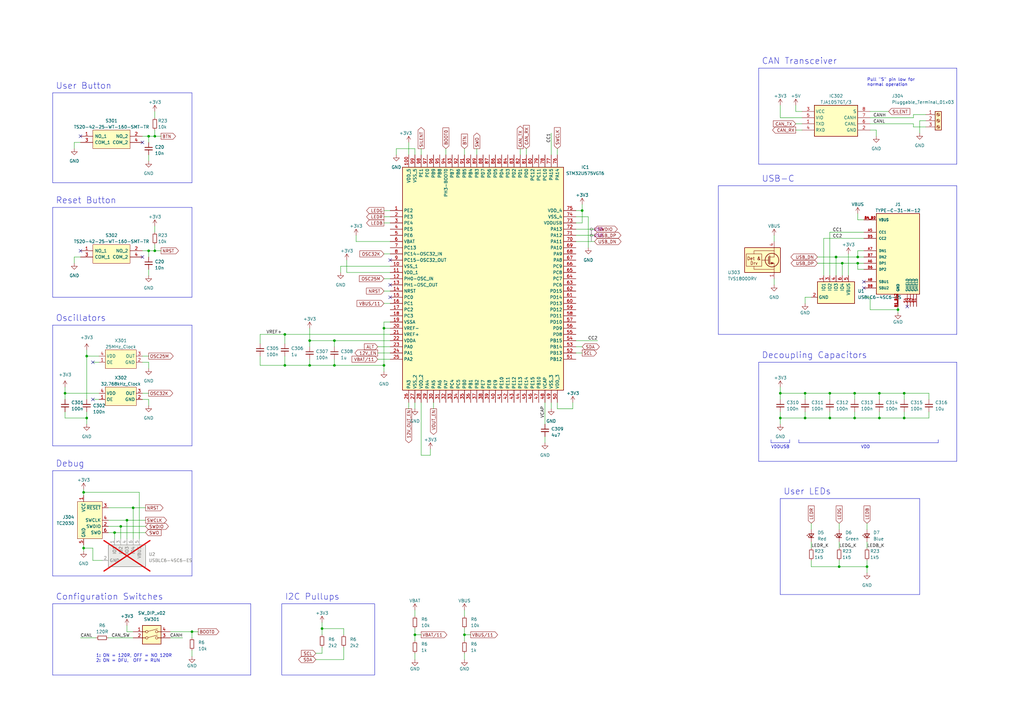
<source format=kicad_sch>
(kicad_sch (version 20230121) (generator eeschema)
  (paper "A3")
  (junction (at 350.52 171.45))
  (junction (at 78.74 259.08))
  (junction (at 35.56 171.45))
  (junction (at 63.5 102.87))
  (junction (at 330.2 171.45))
  (junction (at 370.84 171.45))
  (junction (at 351.79 105.41))
  (junction (at 344.17 232.41))
  (junction (at 340.36 171.45))
  (junction (at 60.96 102.87))
  (junction (at 46.99 218.44))
  (junction (at 49.53 215.9))
  (junction (at 26.67 161.29))
  (junction (at 170.18 260.35))
  (junction (at 360.68 161.29))
  (junction (at 350.52 161.29))
  (junction (at 238.76 86.36))
  (junction (at 116.84 149.86))
  (junction (at 63.5 55.88))
  (junction (at 34.29 224.79))
  (junction (at 132.08 257.81))
  (junction (at 116.84 137.16))
  (junction (at 137.16 149.86))
  (junction (at 157.48 149.86))
  (junction (at 34.29 201.93))
  (junction (at 345.44 107.95))
  (junction (at 330.2 161.29))
  (junction (at 320.04 161.29))
  (junction (at 342.9 105.41))
  (junction (at 360.68 171.45))
  (junction (at 355.6 232.41))
  (junction (at 368.3 127))
  (junction (at 137.16 139.7))
  (junction (at 52.07 213.36))
  (junction (at 351.79 107.95))
  (junction (at 35.56 146.05))
  (junction (at 157.48 134.62))
  (junction (at 320.04 171.45))
  (junction (at 190.5 260.35))
  (junction (at 60.96 55.88))
  (junction (at 127 149.86))
  (junction (at 370.84 161.29))
  (junction (at 127 139.7))
  (junction (at 54.61 208.28))
  (junction (at 340.36 161.29))
  (no_connect (at 354.33 118.11))
  (no_connect (at 372.11 125.73))
  (no_connect (at 160.02 116.84))
  (no_connect (at 354.33 115.57))
  (no_connect (at 33.02 102.87))
  (no_connect (at 58.42 105.41))
  (no_connect (at 58.42 58.42))
  (no_connect (at 38.1 148.59))
  (no_connect (at 160.02 106.68))
  (no_connect (at 38.1 163.83))
  (no_connect (at 160.02 121.92))
  (no_connect (at 33.02 55.88))
  (wire (pts (xy 116.84 146.05) (xy 116.84 149.86)))
  (wire (pts (xy 351.79 110.49) (xy 354.33 110.49)))
  (wire (pts (xy 81.28 259.08) (xy 78.74 259.08)))
  (wire (pts (xy 326.39 45.72) (xy 328.93 45.72)))
  (wire (pts (xy 360.68 161.29) (xy 360.68 163.83)))
  (wire (pts (xy 157.48 104.14) (xy 160.02 104.14)))
  (wire (pts (xy 142.24 106.68) (xy 142.24 111.76)))
  (wire (pts (xy 127 147.32) (xy 127 149.86)))
  (wire (pts (xy 116.84 149.86) (xy 127 149.86)))
  (wire (pts (xy 340.36 161.29) (xy 350.52 161.29)))
  (wire (pts (xy 326.39 50.8) (xy 328.93 50.8)))
  (wire (pts (xy 320.04 158.75) (xy 320.04 161.29)))
  (polyline (pts (xy 316.23 180.34) (xy 316.23 181.61)))
  (wire (pts (xy 377.19 49.53) (xy 379.73 49.53)))
  (wire (pts (xy 154.94 142.24) (xy 160.02 142.24)))
  (wire (pts (xy 160.02 137.16) (xy 116.84 137.16)))
  (wire (pts (xy 26.67 161.29) (xy 40.64 161.29)))
  (polyline (pts (xy 78.74 133.35) (xy 78.74 182.88)))
  (polyline (pts (xy 294.64 76.2) (xy 294.64 137.16)))
  (wire (pts (xy 337.82 113.03) (xy 337.82 97.79)))
  (wire (pts (xy 359.41 53.34) (xy 359.41 55.88)))
  (wire (pts (xy 238.76 86.36) (xy 236.22 86.36)))
  (wire (pts (xy 157.48 149.86) (xy 157.48 152.4)))
  (wire (pts (xy 157.48 134.62) (xy 157.48 149.86)))
  (wire (pts (xy 374.65 48.26) (xy 374.65 46.99)))
  (wire (pts (xy 238.76 144.78) (xy 236.22 144.78)))
  (polyline (pts (xy 78.74 182.88) (xy 21.59 182.88)))
  (polyline (pts (xy 78.74 38.1) (xy 78.74 74.93)))
  (wire (pts (xy 326.39 53.34) (xy 328.93 53.34)))
  (wire (pts (xy 374.65 52.07) (xy 379.73 52.07)))
  (wire (pts (xy 355.6 214.63) (xy 355.6 217.17)))
  (polyline (pts (xy 21.59 85.09) (xy 21.59 121.92)))
  (wire (pts (xy 370.84 161.29) (xy 370.84 163.83)))
  (wire (pts (xy 176.53 186.69) (xy 172.72 186.69)))
  (wire (pts (xy 34.29 203.2) (xy 34.29 201.93)))
  (wire (pts (xy 238.76 142.24) (xy 236.22 142.24)))
  (wire (pts (xy 46.99 218.44) (xy 59.69 218.44)))
  (wire (pts (xy 44.45 213.36) (xy 52.07 213.36)))
  (wire (pts (xy 26.67 158.75) (xy 26.67 161.29)))
  (wire (pts (xy 223.52 179.07) (xy 223.52 181.61)))
  (wire (pts (xy 139.7 109.22) (xy 160.02 109.22)))
  (wire (pts (xy 157.48 86.36) (xy 160.02 86.36)))
  (wire (pts (xy 154.94 144.78) (xy 160.02 144.78)))
  (wire (pts (xy 236.22 139.7) (xy 245.11 139.7)))
  (wire (pts (xy 140.97 257.81) (xy 132.08 257.81)))
  (wire (pts (xy 355.6 232.41) (xy 355.6 234.95)))
  (wire (pts (xy 223.52 165.1) (xy 223.52 173.99)))
  (wire (pts (xy 340.36 161.29) (xy 340.36 163.83)))
  (wire (pts (xy 345.44 107.95) (xy 351.79 107.95)))
  (polyline (pts (xy 377.19 204.47) (xy 377.19 243.84)))
  (wire (pts (xy 320.04 161.29) (xy 320.04 163.83)))
  (wire (pts (xy 38.1 229.87) (xy 38.1 224.79)))
  (wire (pts (xy 360.68 171.45) (xy 370.84 171.45)))
  (wire (pts (xy 127 149.86) (xy 137.16 149.86)))
  (polyline (pts (xy 323.85 180.34) (xy 323.85 181.61)))
  (wire (pts (xy 228.6 167.64) (xy 228.6 165.1)))
  (polyline (pts (xy 377.19 243.84) (xy 320.04 243.84)))
  (wire (pts (xy 52.07 213.36) (xy 52.07 220.98)))
  (polyline (pts (xy 21.59 38.1) (xy 21.59 74.93)))
  (wire (pts (xy 332.74 214.63) (xy 332.74 217.17)))
  (wire (pts (xy 320.04 161.29) (xy 330.2 161.29)))
  (wire (pts (xy 35.56 146.05) (xy 35.56 163.83)))
  (polyline (pts (xy 78.74 85.09) (xy 78.74 121.92)))
  (wire (pts (xy 127 139.7) (xy 137.16 139.7)))
  (polyline (pts (xy 384.81 180.34) (xy 384.81 181.61)))
  (polyline (pts (xy 78.74 121.92) (xy 21.59 121.92)))
  (wire (pts (xy 170.18 260.35) (xy 172.72 260.35)))
  (polyline (pts (xy 21.59 133.35) (xy 21.59 182.88)))
  (polyline (pts (xy 316.23 181.61) (xy 323.85 181.61)))
  (wire (pts (xy 236.22 88.9) (xy 241.3 88.9)))
  (wire (pts (xy 370.84 171.45) (xy 381 171.45)))
  (wire (pts (xy 350.52 161.29) (xy 350.52 163.83)))
  (wire (pts (xy 170.18 257.81) (xy 170.18 260.35)))
  (wire (pts (xy 44.45 215.9) (xy 49.53 215.9)))
  (wire (pts (xy 320.04 43.18) (xy 320.04 48.26)))
  (polyline (pts (xy 392.43 148.59) (xy 392.43 189.23)))
  (polyline (pts (xy 392.43 137.16) (xy 294.64 137.16)))
  (polyline (pts (xy 21.59 133.35) (xy 78.74 133.35)))
  (wire (pts (xy 146.05 99.06) (xy 160.02 99.06)))
  (wire (pts (xy 38.1 148.59) (xy 40.64 148.59)))
  (wire (pts (xy 190.5 262.89) (xy 190.5 260.35)))
  (wire (pts (xy 350.52 171.45) (xy 350.52 168.91)))
  (wire (pts (xy 170.18 165.1) (xy 170.18 167.64)))
  (wire (pts (xy 356.87 127) (xy 368.3 127)))
  (wire (pts (xy 137.16 139.7) (xy 137.16 142.24)))
  (polyline (pts (xy 311.15 148.59) (xy 392.43 148.59)))
  (wire (pts (xy 137.16 149.86) (xy 157.48 149.86)))
  (wire (pts (xy 30.48 105.41) (xy 33.02 105.41)))
  (wire (pts (xy 241.3 88.9) (xy 241.3 101.6)))
  (wire (pts (xy 157.48 132.08) (xy 160.02 132.08)))
  (wire (pts (xy 162.56 60.96) (xy 170.18 60.96)))
  (wire (pts (xy 226.06 54.61) (xy 226.06 63.5)))
  (wire (pts (xy 330.2 121.92) (xy 332.74 121.92)))
  (wire (pts (xy 106.68 140.97) (xy 106.68 137.16)))
  (wire (pts (xy 351.79 90.17) (xy 354.33 90.17)))
  (wire (pts (xy 52.07 256.54) (xy 52.07 259.08)))
  (wire (pts (xy 330.2 171.45) (xy 340.36 171.45)))
  (wire (pts (xy 139.7 109.22) (xy 139.7 111.76)))
  (wire (pts (xy 49.53 215.9) (xy 49.53 220.98)))
  (wire (pts (xy 54.61 208.28) (xy 54.61 220.98)))
  (wire (pts (xy 351.79 105.41) (xy 354.33 105.41)))
  (wire (pts (xy 157.48 134.62) (xy 157.48 132.08)))
  (wire (pts (xy 60.96 55.88) (xy 63.5 55.88)))
  (wire (pts (xy 381 161.29) (xy 381 163.83)))
  (wire (pts (xy 320.04 171.45) (xy 320.04 168.91)))
  (wire (pts (xy 142.24 111.76) (xy 160.02 111.76)))
  (wire (pts (xy 326.39 43.18) (xy 326.39 45.72)))
  (wire (pts (xy 58.42 146.05) (xy 60.96 146.05)))
  (wire (pts (xy 63.5 53.34) (xy 63.5 55.88)))
  (wire (pts (xy 320.04 171.45) (xy 320.04 173.99)))
  (wire (pts (xy 60.96 151.13) (xy 60.96 148.59)))
  (wire (pts (xy 57.15 201.93) (xy 57.15 220.98)))
  (wire (pts (xy 58.42 161.29) (xy 60.96 161.29)))
  (wire (pts (xy 26.67 168.91) (xy 26.67 171.45)))
  (polyline (pts (xy 21.59 193.04) (xy 78.74 193.04)))
  (wire (pts (xy 317.5 116.84) (xy 317.5 114.3)))
  (wire (pts (xy 347.98 104.14) (xy 347.98 113.03)))
  (wire (pts (xy 335.28 107.95) (xy 345.44 107.95)))
  (wire (pts (xy 78.74 269.24) (xy 78.74 266.7)))
  (polyline (pts (xy 294.64 76.2) (xy 392.43 76.2)))
  (wire (pts (xy 170.18 270.51) (xy 170.18 267.97)))
  (wire (pts (xy 58.42 148.59) (xy 60.96 148.59)))
  (wire (pts (xy 63.5 102.87) (xy 66.04 102.87)))
  (wire (pts (xy 330.2 124.46) (xy 330.2 121.92)))
  (wire (pts (xy 374.65 50.8) (xy 374.65 52.07)))
  (wire (pts (xy 35.56 168.91) (xy 35.56 171.45)))
  (polyline (pts (xy 78.74 193.04) (xy 78.74 236.22)))
  (wire (pts (xy 132.08 267.97) (xy 132.08 265.43)))
  (wire (pts (xy 35.56 173.99) (xy 35.56 171.45)))
  (polyline (pts (xy 311.15 27.94) (xy 311.15 67.31)))
  (wire (pts (xy 243.84 93.98) (xy 236.22 93.98)))
  (wire (pts (xy 63.5 100.33) (xy 63.5 102.87)))
  (wire (pts (xy 157.48 114.3) (xy 160.02 114.3)))
  (wire (pts (xy 351.79 105.41) (xy 351.79 102.87)))
  (wire (pts (xy 78.74 259.08) (xy 78.74 261.62)))
  (wire (pts (xy 195.58 60.96) (xy 195.58 63.5)))
  (wire (pts (xy 34.29 200.66) (xy 34.29 201.93)))
  (wire (pts (xy 170.18 250.19) (xy 170.18 252.73)))
  (wire (pts (xy 127 134.62) (xy 127 139.7)))
  (wire (pts (xy 44.45 218.44) (xy 46.99 218.44)))
  (wire (pts (xy 243.84 96.52) (xy 236.22 96.52)))
  (polyline (pts (xy 320.04 204.47) (xy 320.04 243.84)))
  (wire (pts (xy 33.02 261.62) (xy 39.37 261.62)))
  (wire (pts (xy 132.08 257.81) (xy 132.08 260.35)))
  (polyline (pts (xy 21.59 85.09) (xy 78.74 85.09)))
  (wire (pts (xy 176.53 184.15) (xy 176.53 186.69)))
  (wire (pts (xy 38.1 224.79) (xy 34.29 224.79)))
  (wire (pts (xy 170.18 262.89) (xy 170.18 260.35)))
  (wire (pts (xy 60.96 63.5) (xy 60.96 66.04)))
  (wire (pts (xy 162.56 63.5) (xy 162.56 60.96)))
  (wire (pts (xy 381 171.45) (xy 381 168.91)))
  (wire (pts (xy 106.68 137.16) (xy 116.84 137.16)))
  (polyline (pts (xy 327.66 180.34) (xy 327.66 181.61)))
  (wire (pts (xy 190.5 250.19) (xy 190.5 252.73)))
  (polyline (pts (xy 392.43 189.23) (xy 311.15 189.23)))
  (wire (pts (xy 140.97 260.35) (xy 140.97 257.81)))
  (wire (pts (xy 234.95 167.64) (xy 228.6 167.64)))
  (wire (pts (xy 374.65 46.99) (xy 379.73 46.99)))
  (polyline (pts (xy 392.43 76.2) (xy 392.43 137.16)))
  (wire (pts (xy 60.96 163.83) (xy 58.42 163.83)))
  (wire (pts (xy 44.45 208.28) (xy 54.61 208.28)))
  (wire (pts (xy 345.44 107.95) (xy 345.44 113.03)))
  (wire (pts (xy 344.17 214.63) (xy 344.17 217.17)))
  (wire (pts (xy 140.97 270.51) (xy 140.97 265.43)))
  (wire (pts (xy 30.48 107.95) (xy 30.48 105.41)))
  (wire (pts (xy 226.06 165.1) (xy 226.06 167.64)))
  (wire (pts (xy 116.84 137.16) (xy 116.84 140.97)))
  (wire (pts (xy 342.9 105.41) (xy 351.79 105.41)))
  (wire (pts (xy 49.53 215.9) (xy 59.69 215.9)))
  (wire (pts (xy 238.76 86.36) (xy 238.76 91.44)))
  (wire (pts (xy 344.17 229.87) (xy 344.17 232.41)))
  (wire (pts (xy 317.5 96.52) (xy 317.5 99.06)))
  (wire (pts (xy 350.52 161.29) (xy 360.68 161.29)))
  (wire (pts (xy 34.29 201.93) (xy 57.15 201.93)))
  (polyline (pts (xy 327.66 181.61) (xy 384.81 181.61)))
  (wire (pts (xy 236.22 99.06) (xy 243.84 99.06)))
  (wire (pts (xy 350.52 171.45) (xy 360.68 171.45)))
  (wire (pts (xy 26.67 161.29) (xy 26.67 163.83)))
  (wire (pts (xy 340.36 95.25) (xy 354.33 95.25)))
  (wire (pts (xy 35.56 146.05) (xy 40.64 146.05)))
  (wire (pts (xy 190.5 260.35) (xy 193.04 260.35)))
  (polyline (pts (xy 311.15 148.59) (xy 311.15 189.23)))
  (polyline (pts (xy 102.87 276.86) (xy 21.59 276.86)))
  (wire (pts (xy 54.61 208.28) (xy 59.69 208.28)))
  (wire (pts (xy 63.5 45.72) (xy 63.5 48.26)))
  (wire (pts (xy 351.79 87.63) (xy 351.79 90.17)))
  (wire (pts (xy 170.18 60.96) (xy 170.18 63.5)))
  (wire (pts (xy 60.96 102.87) (xy 60.96 105.41)))
  (wire (pts (xy 154.94 147.32) (xy 160.02 147.32)))
  (wire (pts (xy 167.64 167.64) (xy 167.64 165.1)))
  (wire (pts (xy 335.28 105.41) (xy 342.9 105.41)))
  (polyline (pts (xy 21.59 247.65) (xy 102.87 247.65)))
  (wire (pts (xy 190.5 257.81) (xy 190.5 260.35)))
  (wire (pts (xy 356.87 121.92) (xy 356.87 127)))
  (wire (pts (xy 332.74 232.41) (xy 332.74 229.87)))
  (wire (pts (xy 215.9 60.96) (xy 215.9 63.5)))
  (wire (pts (xy 190.5 270.51) (xy 190.5 267.97)))
  (wire (pts (xy 157.48 88.9) (xy 160.02 88.9)))
  (wire (pts (xy 330.2 161.29) (xy 340.36 161.29)))
  (wire (pts (xy 370.84 161.29) (xy 381 161.29)))
  (wire (pts (xy 60.96 110.49) (xy 60.96 113.03)))
  (wire (pts (xy 228.6 60.96) (xy 228.6 63.5)))
  (wire (pts (xy 30.48 60.96) (xy 30.48 58.42)))
  (wire (pts (xy 78.74 259.08) (xy 69.85 259.08)))
  (wire (pts (xy 167.64 58.42) (xy 167.64 63.5)))
  (polyline (pts (xy 392.43 67.31) (xy 311.15 67.31)))
  (wire (pts (xy 63.5 92.71) (xy 63.5 95.25)))
  (wire (pts (xy 355.6 229.87) (xy 355.6 232.41)))
  (wire (pts (xy 213.36 60.96) (xy 213.36 63.5)))
  (wire (pts (xy 190.5 60.96) (xy 190.5 63.5)))
  (wire (pts (xy 52.07 259.08) (xy 54.61 259.08)))
  (wire (pts (xy 340.36 95.25) (xy 340.36 113.03)))
  (wire (pts (xy 60.96 166.37) (xy 60.96 163.83)))
  (polyline (pts (xy 311.15 27.94) (xy 392.43 27.94)))
  (wire (pts (xy 344.17 222.25) (xy 344.17 224.79)))
  (wire (pts (xy 63.5 55.88) (xy 66.04 55.88)))
  (wire (pts (xy 60.96 102.87) (xy 63.5 102.87)))
  (wire (pts (xy 356.87 50.8) (xy 374.65 50.8)))
  (polyline (pts (xy 392.43 27.94) (xy 392.43 67.31)))
  (wire (pts (xy 337.82 97.79) (xy 354.33 97.79)))
  (polyline (pts (xy 78.74 236.22) (xy 21.59 236.22)))
  (wire (pts (xy 177.8 167.64) (xy 177.8 165.1)))
  (wire (pts (xy 44.45 261.62) (xy 54.61 261.62)))
  (wire (pts (xy 377.19 49.53) (xy 377.19 54.61)))
  (wire (pts (xy 238.76 83.82) (xy 238.76 86.36)))
  (wire (pts (xy 46.99 218.44) (xy 46.99 220.98)))
  (wire (pts (xy 356.87 48.26) (xy 374.65 48.26)))
  (wire (pts (xy 106.68 146.05) (xy 106.68 149.86)))
  (wire (pts (xy 58.42 102.87) (xy 60.96 102.87)))
  (wire (pts (xy 182.88 60.96) (xy 182.88 63.5)))
  (wire (pts (xy 146.05 96.52) (xy 146.05 99.06)))
  (wire (pts (xy 137.16 147.32) (xy 137.16 149.86)))
  (wire (pts (xy 351.79 102.87) (xy 354.33 102.87)))
  (polyline (pts (xy 21.59 38.1) (xy 78.74 38.1)))
  (wire (pts (xy 370.84 171.45) (xy 370.84 168.91)))
  (wire (pts (xy 157.48 119.38) (xy 160.02 119.38)))
  (polyline (pts (xy 21.59 247.65) (xy 21.59 276.86)))
  (wire (pts (xy 340.36 171.45) (xy 350.52 171.45)))
  (polyline (pts (xy 102.87 247.65) (xy 102.87 276.86)))
  (wire (pts (xy 351.79 107.95) (xy 354.33 107.95)))
  (wire (pts (xy 172.72 60.96) (xy 172.72 63.5)))
  (wire (pts (xy 355.6 222.25) (xy 355.6 224.79)))
  (wire (pts (xy 129.54 267.97) (xy 132.08 267.97)))
  (wire (pts (xy 30.48 58.42) (xy 33.02 58.42)))
  (polyline (pts (xy 320.04 204.47) (xy 377.19 204.47)))
  (wire (pts (xy 127 142.24) (xy 127 139.7)))
  (wire (pts (xy 41.91 229.87) (xy 38.1 229.87)))
  (wire (pts (xy 157.48 124.46) (xy 160.02 124.46)))
  (wire (pts (xy 368.3 127) (xy 368.3 125.73)))
  (wire (pts (xy 330.2 161.29) (xy 330.2 163.83)))
  (wire (pts (xy 172.72 186.69) (xy 172.72 165.1)))
  (wire (pts (xy 157.48 134.62) (xy 160.02 134.62)))
  (wire (pts (xy 132.08 255.27) (xy 132.08 257.81)))
  (wire (pts (xy 137.16 139.7) (xy 160.02 139.7)))
  (wire (pts (xy 35.56 143.51) (xy 35.56 146.05)))
  (wire (pts (xy 234.95 165.1) (xy 234.95 167.64)))
  (wire (pts (xy 34.29 223.52) (xy 34.29 224.79)))
  (wire (pts (xy 69.85 261.62) (xy 74.93 261.62)))
  (wire (pts (xy 354.33 121.92) (xy 356.87 121.92)))
  (wire (pts (xy 351.79 107.95) (xy 351.79 110.49)))
  (wire (pts (xy 356.87 53.34) (xy 359.41 53.34)))
  (wire (pts (xy 355.6 232.41) (xy 344.17 232.41)))
  (wire (pts (xy 320.04 171.45) (xy 330.2 171.45)))
  (wire (pts (xy 360.68 161.29) (xy 370.84 161.29)))
  (wire (pts (xy 38.1 163.83) (xy 40.64 163.83)))
  (wire (pts (xy 344.17 232.41) (xy 332.74 232.41)))
  (wire (pts (xy 34.29 224.79) (xy 34.29 226.06)))
  (polyline (pts (xy 21.59 193.04) (xy 21.59 236.22)))
  (wire (pts (xy 238.76 91.44) (xy 236.22 91.44)))
  (wire (pts (xy 364.49 45.72) (xy 356.87 45.72)))
  (wire (pts (xy 368.3 128.27) (xy 368.3 127)))
  (wire (pts (xy 342.9 105.41) (xy 342.9 113.03)))
  (wire (pts (xy 129.54 270.51) (xy 140.97 270.51)))
  (wire (pts (xy 157.48 91.44) (xy 160.02 91.44)))
  (wire (pts (xy 58.42 55.88) (xy 60.96 55.88)))
  (polyline (pts (xy 78.74 74.93) (xy 21.59 74.93)))
  (wire (pts (xy 52.07 213.36) (xy 59.69 213.36)))
  (wire (pts (xy 330.2 171.45) (xy 330.2 168.91)))
  (wire (pts (xy 360.68 171.45) (xy 360.68 168.91)))
  (wire (pts (xy 26.67 171.45) (xy 35.56 171.45)))
  (wire (pts (xy 340.36 171.45) (xy 340.36 168.91)))
  (wire (pts (xy 320.04 48.26) (xy 328.93 48.26)))
  (wire (pts (xy 60.96 55.88) (xy 60.96 58.42)))
  (wire (pts (xy 332.74 222.25) (xy 332.74 224.79)))
  (wire (pts (xy 106.68 149.86) (xy 116.84 149.86)))
  (rectangle (start 115.57 247.65) (end 153.67 276.86))
  (text "Reset Button" (at 22.86 83.82 0) (effects (font (size 2.54 2.54)) (justify left bottom)))
  (text "Decoupling Capacitors" (at 312.42 147.32 0) (effects (font (size 2.54 2.54)) (justify left bottom)))
  (text "Oscillators" (at 22.86 132.08 0) (effects (font (size 2.54 2.54)) (justify left bottom)))
  (text "Pull \"S\" pin low for\nnormal operation" (at 355.6 35.56 0) (effects (font (size 1.27 1.27)) (justify left bottom)))
  (text "1: ON = 120R, OFF = NO 120R\n2: ON = DFU,  OFF = RUN" (at 39.37 271.78 0) (effects (font (size 1.27 1.27)) (justify left bottom)))
  (text "USB-C" (at 312.42 74.93 0) (effects (font (size 2.54 2.54)) (justify left bottom)))
  (text "I2C Pullups" (at 116.84 246.38 0) (effects (font (size 2.54 2.54)) (justify left bottom)))
  (text "User LEDs" (at 321.31 203.2 0) (effects (font (size 2.54 2.54)) (justify left bottom)))
  (text "VDDUSB" (at 316.23 184.15 0) (effects (font (size 1.27 1.27)) (justify left bottom)))
  (text "User Button" (at 22.86 36.83 0) (effects (font (size 2.54 2.54)) (justify left bottom)))
  (text "Debug" (at 22.86 191.77 0) (effects (font (size 2.54 2.54)) (justify left bottom)))
  (text "Configuration Switches" (at 22.86 246.38 0) (effects (font (size 2.54 2.54)) (justify left bottom)))
  (text "VDD" (at 353.06 184.15 0) (effects (font (size 1.27 1.27)) (justify left bottom)))
  (text "CAN Transceiver" (at 312.42 26.67 0) (effects (font (size 2.54 2.54)) (justify left bottom)))
  (label "CANL" (at 33.02 261.62 0))
  (label "CANH" (at 358.14 48.26 0))
  (label "CC2" (at 345.44 97.79 180))
  (label "CANL" (at 358.14 50.8 0))
  (label "LEDR_K" (at 332.74 224.79 0))
  (label "CANH" (at 74.93 261.62 180))
  (label "LEDG_K" (at 344.17 224.79 0))
  (label "CC2" (at 245.11 139.7 180))
  (label "CC1" (at 226.06 54.61 270))
  (label "CC1" (at 345.44 95.25 180))
  (label "VCAP" (at 223.52 171.45 90))
  (label "CAN_SW" (at 45.72 261.62 0))
  (label "VREF+" (at 109.22 137.16 0))
  (label "LEDB_K" (at 355.6 224.79 0))
  (global_label "VBUS{slash}11" (shape input) (at 157.48 124.46 180) (property "Intersheetrefs" "${INTERSHEET_REFS}" (effects hide)))
  (global_label "CAN_TX" (shape input) (at 326.39 50.8 180) (property "Intersheetrefs" "${INTERSHEET_REFS}" (effects hide)))
  (global_label "USB_DN" (shape bidirectional) (at 243.84 99.06 0) (property "Intersheetrefs" "${INTERSHEET_REFS}" (effects hide)))
  (global_label "SILENT" (shape output) (at 172.72 60.96 90) (property "Intersheetrefs" "${INTERSHEET_REFS}" (effects hide)))
  (global_label "BTN" (shape output) (at 66.04 55.88 0) (property "Intersheetrefs" "${INTERSHEET_REFS}" (effects hide)))
  (global_label "OSC32K" (shape input) (at 157.48 104.14 180) (property "Intersheetrefs" "${INTERSHEET_REFS}" (effects hide)))
  (global_label "SDA" (shape bidirectional) (at 238.76 142.24 0) (property "Intersheetrefs" "${INTERSHEET_REFS}" (effects hide)))
  (global_label "ALT" (shape input) (at 154.94 142.24 180) (property "Intersheetrefs" "${INTERSHEET_REFS}" (effects hide)))
  (global_label "SILENT" (shape input) (at 364.49 45.72 0) (property "Intersheetrefs" "${INTERSHEET_REFS}" (effects hide)))
  (global_label "VBAT{slash}11" (shape output) (at 172.72 260.35 0) (property "Intersheetrefs" "${INTERSHEET_REFS}" (effects hide)))
  (global_label "SDA" (shape bidirectional) (at 129.54 270.51 180) (property "Intersheetrefs" "${INTERSHEET_REFS}" (effects hide)))
  (global_label "SWO" (shape output) (at 195.58 60.96 90) (property "Intersheetrefs" "${INTERSHEET_REFS}" (effects hide)))
  (global_label "USB_DP" (shape bidirectional) (at 335.28 107.95 180) (property "Intersheetrefs" "${INTERSHEET_REFS}" (effects hide)))
  (global_label "CAN_RX" (shape input) (at 215.9 60.96 90) (property "Intersheetrefs" "${INTERSHEET_REFS}" (effects hide)))
  (global_label "SWDIO" (shape bidirectional) (at 243.84 93.98 0) (property "Intersheetrefs" "${INTERSHEET_REFS}" (effects hide)))
  (global_label "VBUS{slash}11" (shape output) (at 193.04 260.35 0) (property "Intersheetrefs" "${INTERSHEET_REFS}" (effects hide)))
  (global_label "LEDG" (shape input) (at 344.17 214.63 90) (property "Intersheetrefs" "${INTERSHEET_REFS}" (effects hide)))
  (global_label "CAN_RX" (shape output) (at 326.39 53.34 180) (property "Intersheetrefs" "${INTERSHEET_REFS}" (effects hide)))
  (global_label "OSC25M" (shape output) (at 60.96 146.05 0) (property "Intersheetrefs" "${INTERSHEET_REFS}" (effects hide)))
  (global_label "NRST" (shape output) (at 59.69 208.28 0) (property "Intersheetrefs" "${INTERSHEET_REFS}" (effects hide)))
  (global_label "LEDB" (shape input) (at 355.6 214.63 90) (property "Intersheetrefs" "${INTERSHEET_REFS}" (effects hide)))
  (global_label "NRST" (shape output) (at 66.04 102.87 0) (property "Intersheetrefs" "${INTERSHEET_REFS}" (effects hide)))
  (global_label "SWDIO" (shape bidirectional) (at 59.69 215.9 0) (property "Intersheetrefs" "${INTERSHEET_REFS}" (effects hide)))
  (global_label "NRST" (shape input) (at 157.48 119.38 180) (property "Intersheetrefs" "${INTERSHEET_REFS}" (effects hide)))
  (global_label "OSC32K" (shape output) (at 60.96 161.29 0) (property "Intersheetrefs" "${INTERSHEET_REFS}" (effects hide)))
  (global_label "SWCLK" (shape input) (at 228.6 60.96 90) (property "Intersheetrefs" "${INTERSHEET_REFS}" (effects hide)))
  (global_label "12V_EN" (shape output) (at 154.94 144.78 180) (property "Intersheetrefs" "${INTERSHEET_REFS}" (effects hide)))
  (global_label "LEDG" (shape output) (at 157.48 86.36 180) (property "Intersheetrefs" "${INTERSHEET_REFS}" (effects hide)))
  (global_label "CAN_TX" (shape output) (at 213.36 60.96 90) (property "Intersheetrefs" "${INTERSHEET_REFS}" (effects hide)))
  (global_label "BTN" (shape input) (at 190.5 60.96 90) (property "Intersheetrefs" "${INTERSHEET_REFS}" (effects hide)))
  (global_label "VBAT{slash}11" (shape input) (at 154.94 147.32 180) (property "Intersheetrefs" "${INTERSHEET_REFS}" (effects hide)))
  (global_label "VOUT_EN" (shape output) (at 177.8 167.64 270) (property "Intersheetrefs" "${INTERSHEET_REFS}" (effects hide)))
  (global_label "LEDB" (shape output) (at 157.48 91.44 180) (property "Intersheetrefs" "${INTERSHEET_REFS}" (effects hide)))
  (global_label "BOOT0" (shape input) (at 182.88 60.96 90) (property "Intersheetrefs" "${INTERSHEET_REFS}" (effects hide)))
  (global_label "12V_OUT_EN" (shape output) (at 167.64 167.64 270) (property "Intersheetrefs" "${INTERSHEET_REFS}" (effects hide)))
  (global_label "BOOT0" (shape output) (at 81.28 259.08 0) (property "Intersheetrefs" "${INTERSHEET_REFS}" (effects hide)))
  (global_label "USB_DN" (shape bidirectional) (at 335.28 105.41 180) (property "Intersheetrefs" "${INTERSHEET_REFS}" (effects hide)))
  (global_label "OSC25M" (shape input) (at 157.48 114.3 180) (property "Intersheetrefs" "${INTERSHEET_REFS}" (effects hide)))
  (global_label "USB_DP" (shape bidirectional) (at 243.84 96.52 0) (property "Intersheetrefs" "${INTERSHEET_REFS}" (effects hide)))
  (global_label "SCL" (shape input) (at 129.54 267.97 180) (property "Intersheetrefs" "${INTERSHEET_REFS}" (effects hide)))
  (global_label "SWCLK" (shape output) (at 59.69 213.36 0) (property "Intersheetrefs" "${INTERSHEET_REFS}" (effects hide)))
  (global_label "SCL" (shape output) (at 238.76 144.78 0) (property "Intersheetrefs" "${INTERSHEET_REFS}" (effects hide)))
  (global_label "LEDR" (shape input) (at 332.74 214.63 90) (property "Intersheetrefs" "${INTERSHEET_REFS}" (effects hide)))
  (global_label "SWO" (shape input) (at 59.69 218.44 0) (property "Intersheetrefs" "${INTERSHEET_REFS}" (effects hide)))
  (global_label "LEDR" (shape output) (at 157.48 88.9 180) (property "Intersheetrefs" "${INTERSHEET_REFS}" (effects hide)))
  (netclass_flag "" (length 2.54) (shape round) (at 242.57 96.52 0) (property "Netclass" "USB" (at 243.2685 93.98 0) (effects (font italic) (justify left))))
  (netclass_flag "" (length 2.54) (shape round) (at 242.57 99.06 0) (property "Netclass" "USB" (at 243.2685 96.52 0) (effects (font italic) (justify left))))
  (symbol (lib_id "Device:R_Small") (at 63.5 97.79 180) (unit 1)
    (property "Reference" "R23" (at 64.77 96.52 0) (effects (justify right)))
    (property "Value" "10k" (at 64.77 99.06 0) (effects (justify right)))
    (property "Footprint" "Resistor_SMD:R_0402_1005Metric" (effects hide))
    (instances (project "DE10-lite_shield" (path "" (reference "R23") (unit 1)) (path "" (reference "R12") (unit 1))) (project "Power Board" (path "" (reference "R303") (unit 1))))
  )
  (symbol (lib_id "power:+3V3") (at 52.07 256.54 0) (unit 1)
    (property "Reference" "#PWR0308" (effects hide))
    (property "Value" "+3V3" (at 52.07 252.73 0))
  )
  (symbol (lib_id "TYPE-C-31-M-12:TYPE-C-31-M-12") (at 368.3 100.33 0) (unit 1)
    (property "Reference" "J1" (at 368.3 83.82 0))
    (property "Value" "TYPE-C-31-M-12" (at 368.3 86.36 0))
    (property "Footprint" "MSL Footprints:HRO_TYPE-C-31-M-12" (effects hide))
    (property "PARTREV" "2020.12.08" (effects hide))
    (property "MANUFACTURER" "HRO Electronics Co., Ltd." (effects hide))
    (property "SNAPEDA_PN" "TYPE-C-31-M-12" (effects hide))
    (property "MAXIMUM_PACKAGE_HEIGHT" "3.26 mm" (effects hide))
    (property "STANDARD" "Manufacturer Recommendations" (effects hide))
    (instances (project "Gateway Board" (path "" (reference "J1") (unit 1))) (project "Power Board" (path "" (reference "J302") (unit 1))))
  )
  (symbol (lib_id "MSL_Symbols:25MHz_Clock") (at 49.53 147.32 0) (unit 1)
    (property "Reference" "X301" (at 49.53 139.7 0))
    (property "Value" "25MHz_Clock" (at 49.53 142.24 0))
    (property "Footprint" "Oscillator:Oscillator_SMD_Abracon_ASE-4Pin_3.2x2.5mm_HandSoldering" (effects hide))
  )
  (symbol (lib_id "Device:C_Small") (at 330.2 166.37 0) (unit 1)
    (property "Reference" "C311" (at 332.74 165.1062 0) (effects (justify left)))
    (property "Value" "100n" (at 332.74 167.6462 0) (effects (justify left)))
    (property "Footprint" "Capacitor_SMD:C_0402_1005Metric" (effects hide))
    (instances (project "Power Board" (path "" (reference "C311") (unit 1))) (project "ViRG0_PCB" (path "" (reference "C2") (unit 1))))
  )
  (symbol (lib_id "Device:C_Small") (at 350.52 166.37 0) (unit 1)
    (property "Reference" "C313" (at 353.06 165.1062 0) (effects (justify left)))
    (property "Value" "100n" (at 353.06 167.64 0) (effects (justify left)))
    (property "Footprint" "Capacitor_SMD:C_0402_1005Metric" (effects hide))
    (instances (project "Power Board" (path "" (reference "C313") (unit 1))) (project "ViRG0_PCB" (path "" (reference "C2") (unit 1))))
  )
  (symbol (lib_id "power:GND") (at 223.52 181.61 0) (unit 1)
    (property "Reference" "#PWR0326" (effects hide))
    (property "Value" "GND" (at 223.52 186.69 0))
  )
  (symbol (lib_id "Device:C_Small") (at 116.84 143.51 0) (unit 1)
    (property "Reference" "C306" (at 119.38 142.8813 0) (effects (justify left)))
    (property "Value" "1u" (at 119.38 145.4213 0) (effects (justify left)))
    (property "Footprint" "Capacitor_SMD:C_0402_1005Metric" (effects hide))
    (instances (project "Power Board" (path "" (reference "C306") (unit 1))) (project "ViRG0_PCB" (path "" (reference "C2") (unit 1))))
  )
  (symbol (lib_id "power:GND") (at 162.56 63.5 0) (unit 1)
    (property "Reference" "#PWR0324" (effects hide))
    (property "Value" "GND" (at 162.56 68.58 0))
  )
  (symbol (lib_id "power:GND") (at 226.06 167.64 0) (unit 1)
    (property "Reference" "#PWR0327" (effects hide))
    (property "Value" "GND" (at 226.06 172.72 0))
  )
  (symbol (lib_id "Device:R_Small") (at 41.91 261.62 90) (mirror x) (unit 1)
    (property "Reference" "R6" (at 41.91 256.54 90))
    (property "Value" "120R" (at 41.91 259.08 90))
    (property "Footprint" "Resistor_SMD:R_0402_1005Metric" (effects hide))
    (instances (project "DE10-lite_shield" (path "" (reference "R6") (unit 1)) (path "" (reference "R6") (unit 1)) (path "" (reference "R14") (unit 1)) (path "" (reference "R32") (unit 1))) (project "Power Board" (path "" (reference "R301") (unit 1))))
  )
  (symbol (lib_id "Device:C_Small") (at 340.36 166.37 0) (unit 1)
    (property "Reference" "C312" (at 342.9 165.1062 0) (effects (justify left)))
    (property "Value" "100n" (at 342.9 167.6462 0) (effects (justify left)))
    (property "Footprint" "Capacitor_SMD:C_0402_1005Metric" (effects hide))
    (instances (project "Power Board" (path "" (reference "C312") (unit 1))) (project "ViRG0_PCB" (path "" (reference "C2") (unit 1))))
  )
  (symbol (lib_id "power:+3V3") (at 26.67 158.75 0) (unit 1)
    (property "Reference" "#PWR0301" (effects hide))
    (property "Value" "+3V3" (at 26.67 153.67 0))
    (instances (project "Power Board" (path "" (reference "#PWR0301") (unit 1))) (project "ViRG0_PCB" (path "" (reference "#PWR03") (unit 1))))
  )
  (symbol (lib_id "power:+5V") (at 326.39 43.18 0) (unit 1)
    (property "Reference" "#PWR0334" (effects hide))
    (property "Value" "+5V" (at 326.39 39.37 0))
  )
  (symbol (lib_id "TS20-42-25-WT-160-SMT-TR-MSL:TS20-42-25-WT-160-SMT-TR") (at 27.94 55.88 0) (unit 1)
    (property "Reference" "S301" (at 45.72 49.53 0))
    (property "Value" "TS20-42-25-WT-160-SMT-TR" (at 45.72 52.07 0))
    (property "Footprint" "MSL Footprints:TS204225WT160SMTTRMSL" (effects hide))
    (property "Datasheet" "https://www.cuidevices.com/product/resource/ts20.pdf" (effects hide))
    (property "Description" "Tactile Switches 4.2 x 3.2 mm, 2.5 mm Actuator Height, 160 gf, White, Surface Mount, TR, SPST, Tactile Switch" (effects hide))
    (property "Height" "2.7" (effects hide))
    (property "Mouser Part Number" "179-TS204225WT160SMT" (effects hide))
    (property "Mouser Price/Stock" "https://www.mouser.co.uk/ProductDetail/CUI-Devices/TS20-42-25-WT-160-SMT-TR?qs=tlsG%2FOw5FFiXbig16X7ymQ%3D%3D" (effects hide))
    (property "Manufacturer_Name" "CUI Devices" (effects hide))
    (property "Manufacturer_Part_Number" "TS20-42-25-WT-160-SMT-TR" (effects hide))
  )
  (symbol (lib_id "Device:C_Small") (at 223.52 176.53 0) (unit 1)
    (property "Reference" "C309" (at 226.06 175.9013 0) (effects (justify left)))
    (property "Value" "4u7" (at 226.06 178.4413 0) (effects (justify left)))
    (property "Footprint" "Capacitor_SMD:C_0402_1005Metric" (effects hide))
    (instances (project "Power Board" (path "" (reference "C309") (unit 1))) (project "ViRG0_PCB" (path "" (reference "C2") (unit 1))))
  )
  (symbol (lib_id "MSL_Symbols:32.768kHz_Clock") (at 49.53 162.56 0) (unit 1)
    (property "Reference" "X302" (at 49.53 154.94 0))
    (property "Value" "32.768kHz_Clock" (at 49.53 157.48 0))
    (property "Footprint" "Oscillator:Oscillator_SMD_Abracon_ASE-4Pin_3.2x2.5mm_HandSoldering" (effects hide))
  )
  (symbol (lib_id "Device:C_Small") (at 106.68 143.51 0) (unit 1)
    (property "Reference" "C305" (at 109.22 142.8813 0) (effects (justify left)))
    (property "Value" "100n" (at 109.22 145.4213 0) (effects (justify left)))
    (property "Footprint" "Capacitor_SMD:C_0402_1005Metric" (effects hide))
    (instances (project "Power Board" (path "" (reference "C305") (unit 1))) (project "ViRG0_PCB" (path "" (reference "C2") (unit 1))))
  )
  (symbol (lib_id "Device:C_Small") (at 370.84 166.37 0) (unit 1)
    (property "Reference" "C315" (at 373.38 165.1062 0) (effects (justify left)))
    (property "Value" "100n" (at 373.38 167.6462 0) (effects (justify left)))
    (property "Footprint" "Capacitor_SMD:C_0402_1005Metric" (effects hide))
    (instances (project "Power Board" (path "" (reference "C315") (unit 1))) (project "ViRG0_PCB" (path "" (reference "C2") (unit 1))))
  )
  (symbol (lib_id "power:GND") (at 241.3 101.6 0) (unit 1)
    (property "Reference" "#PWR0330" (effects hide))
    (property "Value" "GND" (at 241.3 106.68 0))
  )
  (symbol (lib_id "power:GND") (at 157.48 152.4 0) (unit 1)
    (property "Reference" "#PWR0321" (effects hide))
    (property "Value" "GND" (at 157.48 157.48 0))
  )
  (symbol (lib_id "MSL_Symbols:USBLC6-4SC6-ES") (at 342.9 120.65 0) (unit 1)
    (property "Reference" "U1" (at 351.79 119.38 0) (effects (justify left)))
    (property "Value" "USBLC6-4SC6-ES" (at 351.79 121.92 0) (effects (justify left)))
    (property "Footprint" "Package_TO_SOT_SMD:SOT-23-6" (effects hide))
    (property "Datasheet" "https://datasheet.lcsc.com/lcsc/2209201730_ElecSuper-USBLC6-4SC6-ES_C5180279.pdf" (effects hide))
    (instances (project "Gateway Board" (path "" (reference "U1") (unit 1))) (project "Power Board" (path "" (reference "U302") (unit 1))))
  )
  (symbol (lib_id "power:GND") (at 320.04 173.99 0) (unit 1)
    (property "Reference" "#PWR0333" (effects hide))
    (property "Value" "GND" (at 320.04 179.07 0))
  )
  (symbol (lib_id "Device:R_Small") (at 140.97 262.89 0) (mirror y) (unit 1)
    (property "Reference" "R6" (at 143.51 262.255 0) (effects (justify right)))
    (property "Value" "2k2" (at 143.51 264.795 0) (effects (justify right)))
    (property "Footprint" "Resistor_SMD:R_0402_1005Metric" (effects hide))
    (instances (project "DE10-lite_shield" (path "" (reference "R6") (unit 1)) (path "" (reference "R6") (unit 1)) (path "" (reference "R14") (unit 1)) (path "" (reference "R32") (unit 1))) (project "Power Board" (path "" (reference "R306") (unit 1))))
  )
  (symbol (lib_id "Device:R_Small") (at 190.5 255.27 0) (mirror y) (unit 1)
    (property "Reference" "R6" (at 193.04 254 0) (effects (justify right)))
    (property "Value" "10k" (at 193.04 256.54 0) (effects (justify right)))
    (property "Footprint" "Resistor_SMD:R_0402_1005Metric" (effects hide))
    (instances (project "DE10-lite_shield" (path "" (reference "R6") (unit 1)) (path "" (reference "R6") (unit 1)) (path "" (reference "R14") (unit 1)) (path "" (reference "R32") (unit 1))) (project "Power Board" (path "" (reference "R312") (unit 1))))
  )
  (symbol (lib_id "Device:C_Small") (at 26.67 166.37 0) (unit 1)
    (property "Reference" "C301" (at 29.21 165.1062 0) (effects (justify left)))
    (property "Value" "100n" (at 29.21 167.6462 0) (effects (justify left)))
    (property "Footprint" "Capacitor_SMD:C_0402_1005Metric" (effects hide))
    (instances (project "Power Board" (path "" (reference "C301") (unit 1))) (project "ViRG0_PCB" (path "" (reference "C2") (unit 1))))
  )
  (symbol (lib_id "MSL_Symbols:TC2030") (at 36.83 213.36 0) (unit 1) (in_bom no)
    (property "Reference" "J304" (at 30.48 212.09 0) (effects (justify right)))
    (property "Value" "TC2030" (at 30.48 214.63 0) (effects (justify right)))
    (property "Footprint" "MSL Footprints:Tag-Connect_TC2030-IDC-FP_2x03_P1.27mm_Vertical" (effects hide))
    (property "Datasheet" "https://www.tag-connect.com/wp-content/uploads/bsk-pdf-manager/TC2030-CTX_1.pdf" (effects hide))
    (instances (project "Motor Driver Board" (path "" (reference "J304") (unit 1))) (project "Power Board" (path "" (reference "J301") (unit 1))))
  )
  (symbol (lib_id "Device:C_Small") (at 60.96 107.95 0) (unit 1)
    (property "Reference" "C20" (at 63.5 107.3213 0) (effects (justify left)))
    (property "Value" "10n" (at 63.5 109.8613 0) (effects (justify left)))
    (property "Footprint" "Capacitor_SMD:C_0402_1005Metric" (effects hide))
    (instances (project "DE10-lite_shield" (path "" (reference "C20") (unit 1)) (path "" (reference "C14") (unit 1))) (project "Power Board" (path "" (reference "C304") (unit 1))) (project "ViRG0_PCB" (path "" (reference "C4") (unit 1))))
  )
  (symbol (lib_id "Device:C_Small") (at 35.56 166.37 180) (unit 1)
    (property "Reference" "C302" (at 38.1 166.37 0) (effects (justify right)))
    (property "Value" "100n" (at 38.1 168.91 0) (effects (justify right)))
    (property "Footprint" "Capacitor_SMD:C_0402_1005Metric" (effects hide))
    (instances (project "Power Board" (path "" (reference "C302") (unit 1))) (project "ViRG0_PCB" (path "" (reference "C3") (unit 1))))
  )
  (symbol (lib_id "Device:R_Small") (at 190.5 265.43 0) (mirror y) (unit 1)
    (property "Reference" "R6" (at 193.04 264.16 0) (effects (justify right)))
    (property "Value" "1k" (at 193.04 266.7 0) (effects (justify right)))
    (property "Footprint" "Resistor_SMD:R_0402_1005Metric" (effects hide))
    (instances (project "DE10-lite_shield" (path "" (reference "R6") (unit 1)) (path "" (reference "R6") (unit 1)) (path "" (reference "R14") (unit 1)) (path "" (reference "R32") (unit 1))) (project "Power Board" (path "" (reference "R313") (unit 1))))
  )
  (symbol (lib_id "Device:C_Small") (at 320.04 166.37 0) (unit 1)
    (property "Reference" "C310" (at 322.58 165.1062 0) (effects (justify left)))
    (property "Value" "100n" (at 322.58 167.6462 0) (effects (justify left)))
    (property "Footprint" "Capacitor_SMD:C_0402_1005Metric" (effects hide))
    (instances (project "Power Board" (path "" (reference "C310") (unit 1))) (project "ViRG0_PCB" (path "" (reference "C2") (unit 1))))
  )
  (symbol (lib_id "MSL_Symbols:VBAT") (at 170.18 250.19 0) (unit 1)
    (property "Reference" "#PWR0217" (effects hide))
    (property "Value" "VBAT" (at 170.18 246.38 0))
    (instances (project "Power Board" (path "" (reference "#PWR0217") (unit 1)) (path "" (reference "#PWR0342") (unit 1))))
  )
  (symbol (lib_id "power:+3V3") (at 63.5 92.71 0) (unit 1)
    (property "Reference" "#PWR065" (effects hide))
    (property "Value" "+3V3" (at 63.5 88.9 0))
    (instances (project "DE10-lite_shield" (path "" (reference "#PWR065") (unit 1)) (path "" (reference "#PWR057") (unit 1))) (project "Power Board" (path "" (reference "#PWR0314") (unit 1))))
  )
  (symbol (lib_id "power:GND") (at 170.18 270.51 0) (mirror y) (unit 1)
    (property "Reference" "#PWR040" (effects hide))
    (property "Value" "GND" (at 170.18 274.32 0))
    (instances (project "DE10-lite_shield" (path "" (reference "#PWR040") (unit 1)) (path "" (reference "#PWR039") (unit 1)) (path "" (reference "#PWR046") (unit 1)) (path "" (reference "#PWR084") (unit 1))) (project "Power Board" (path "" (reference "#PWR0343") (unit 1))))
  )
  (symbol (lib_id "power:GND") (at 78.74 269.24 0) (mirror y) (unit 1)
    (property "Reference" "#PWR040" (effects hide))
    (property "Value" "GND" (at 78.74 273.05 0))
    (instances (project "DE10-lite_shield" (path "" (reference "#PWR040") (unit 1)) (path "" (reference "#PWR039") (unit 1)) (path "" (reference "#PWR046") (unit 1)) (path "" (reference "#PWR084") (unit 1))) (project "Power Board" (path "" (reference "#PWR0315") (unit 1))))
  )
  (symbol (lib_id "power:+3V3") (at 35.56 143.51 0) (unit 1)
    (property "Reference" "#PWR0306" (effects hide))
    (property "Value" "+3V3" (at 35.56 138.43 0))
    (instances (project "Power Board" (path "" (reference "#PWR0306") (unit 1))) (project "ViRG0_PCB" (path "" (reference "#PWR04") (unit 1))))
  )
  (symbol (lib_id "power:GND") (at 330.2 124.46 0) (mirror y) (unit 1)
    (property "Reference" "#PWR040" (effects hide))
    (property "Value" "GND" (at 330.2 128.27 0))
    (instances (project "DE10-lite_shield" (path "" (reference "#PWR040") (unit 1)) (path "" (reference "#PWR039") (unit 1)) (path "" (reference "#PWR046") (unit 1)) (path "" (reference "#PWR084") (unit 1))) (project "Gateway Board" (path "" (reference "#PWR05") (unit 1))) (project "Power Board" (path "" (reference "#PWR0335") (unit 1))))
  )
  (symbol (lib_id "STM32U575VGT6:STM32U575VGT6") (at 160.02 86.36 0) (unit 1)
    (property "Reference" "IC1" (at 240.03 68.58 0))
    (property "Value" "STM32U575VGT6" (at 240.03 71.12 0))
    (property "Footprint" "QFP50P1600X1600X160-100N" (effects hide))
    (property "Datasheet" "https://www.st.com/resource/en/datasheet/stm32u575ag.pdf" (effects hide))
    (property "Height" "1.6" (effects hide))
    (property "Manufacturer_Name" "STMicroelectronics" (effects hide))
    (property "Manufacturer_Part_Number" "STM32U575VGT6" (effects hide))
    (property "Mouser Part Number" "511-STM32U575VGT6" (effects hide))
    (property "Mouser Price/Stock" "https://www.mouser.co.uk/ProductDetail/STMicroelectronics/STM32U575VGT6?qs=XAiT9M5g4x%252BZptko0%2FfOXg%3D%3D" (effects hide))
    (property "Arrow Part Number" "STM32U575VGT6" (effects hide))
    (property "Arrow Price/Stock" "https://www.arrow.com/en/products/stm32u575vgt6/stmicroelectronics?region=nac" (effects hide))
    (instances (project "Power Board" (path "" (reference "IC1") (unit 1)) (path "" (reference "IC301") (unit 1))))
  )
  (symbol (lib_id "power:+3V3") (at 127 134.62 0) (unit 1)
    (property "Reference" "#PWR0318" (effects hide))
    (property "Value" "+3V3" (at 127 130.81 0))
  )
  (symbol (lib_id "power:GND") (at 60.96 113.03 0) (unit 1)
    (property "Reference" "#PWR059" (effects hide))
    (property "Value" "GND" (at 60.96 118.11 0))
    (instances (project "DE10-lite_shield" (path "" (reference "#PWR059") (unit 1)) (path "" (reference "#PWR054") (unit 1))) (project "Power Board" (path "" (reference "#PWR0310") (unit 1))) (project "ViRG0_PCB" (path "" (reference "#PWR011") (unit 1))))
  )
  (symbol (lib_id "power:GND") (at 35.56 173.99 0) (unit 1)
    (property "Reference" "#PWR0307" (effects hide))
    (property "Value" "GND" (at 35.56 179.07 0))
    (instances (project "Power Board" (path "" (reference "#PWR0307") (unit 1))) (project "ViRG0_PCB" (path "" (reference "#PWR05") (unit 1))))
  )
  (symbol (lib_id "Switch:SW_DIP_x02") (at 62.23 261.62 0) (unit 1)
    (property "Reference" "SW301" (at 62.23 254 0))
    (property "Value" "SW_DIP_x02" (at 62.23 251.46 0))
    (property "Footprint" "Package_DIP:DIP-4_W8.89mm_SMDSocket_LongPads" (effects hide))
  )
  (symbol (lib_id "power:+3V3") (at 347.98 104.14 0) (unit 1)
    (property "Reference" "#PWR0336" (effects hide))
    (property "Value" "+3V3" (at 347.98 100.33 0))
  )
  (symbol (lib_id "power:GND") (at 190.5 270.51 0) (mirror y) (unit 1)
    (property "Reference" "#PWR040" (effects hide))
    (property "Value" "GND" (at 190.5 274.32 0))
    (instances (project "DE10-lite_shield" (path "" (reference "#PWR040") (unit 1)) (path "" (reference "#PWR039") (unit 1)) (path "" (reference "#PWR046") (unit 1)) (path "" (reference "#PWR084") (unit 1))) (project "Power Board" (path "" (reference "#PWR0345") (unit 1))))
  )
  (symbol (lib_id "power:GND") (at 34.29 226.06 0) (unit 1)
    (property "Reference" "#PWR030" (effects hide))
    (property "Value" "GND" (at 34.29 231.14 0))
    (instances (project "Gateway Board" (path "" (reference "#PWR030") (unit 1))) (project "Power Board" (path "" (reference "#PWR0305") (unit 1))))
  )
  (symbol (lib_id "power:GND") (at 359.41 55.88 0) (unit 1)
    (property "Reference" "#PWR0339" (effects hide))
    (property "Value" "GND" (at 359.41 60.96 0))
  )
  (symbol (lib_id "TS20-42-25-WT-160-SMT-TR-MSL:TS20-42-25-WT-160-SMT-TR") (at 27.94 102.87 0) (unit 1)
    (property "Reference" "S302" (at 45.72 96.52 0))
    (property "Value" "TS20-42-25-WT-160-SMT-TR" (at 45.72 99.06 0))
    (property "Footprint" "MSL Footprints:TS204225WT160SMTTRMSL" (effects hide))
    (property "Datasheet" "https://www.cuidevices.com/product/resource/ts20.pdf" (effects hide))
    (property "Description" "Tactile Switches 4.2 x 3.2 mm, 2.5 mm Actuator Height, 160 gf, White, Surface Mount, TR, SPST, Tactile Switch" (effects hide))
    (property "Height" "2.7" (effects hide))
    (property "Mouser Part Number" "179-TS204225WT160SMT" (effects hide))
    (property "Mouser Price/Stock" "https://www.mouser.co.uk/ProductDetail/CUI-Devices/TS20-42-25-WT-160-SMT-TR?qs=tlsG%2FOw5FFiXbig16X7ymQ%3D%3D" (effects hide))
    (property "Manufacturer_Name" "CUI Devices" (effects hide))
    (property "Manufacturer_Part_Number" "TS20-42-25-WT-160-SMT-TR" (effects hide))
  )
  (symbol (lib_id "power:+3V3") (at 167.64 58.42 0) (unit 1)
    (property "Reference" "#PWR0322" (effects hide))
    (property "Value" "+3V3" (at 166.37 54.61 0))
  )
  (symbol (lib_id "MSL_Symbols:Pluggable_Terminal_01x03") (at 384.81 49.53 0) (unit 1)
    (property "Reference" "J304" (at 365.76 39.37 0) (effects (justify left)))
    (property "Value" "Pluggable_Terminal_01x03" (at 365.76 41.91 0) (effects (justify left)))
    (property "Footprint" "MSL Footprints:Pluggable_terminal-3_P5.08mm" (effects hide))
    (instances (project "Gateway Board" (path "" (reference "J304") (unit 1))) (project "Power Board" (path "" (reference "J303") (unit 1))))
  )
  (symbol (lib_id "power:+3V3") (at 320.04 158.75 0) (unit 1)
    (property "Reference" "#PWR0332" (effects hide))
    (property "Value" "+3V3" (at 320.04 154.94 0))
  )
  (symbol (lib_id "power:GND") (at 377.19 54.61 0) (unit 1)
    (property "Reference" "#PWR0341" (effects hide))
    (property "Value" "GND" (at 377.19 59.69 0))
  )
  (symbol (lib_id "Device:R_Small") (at 170.18 265.43 0) (mirror y) (unit 1)
    (property "Reference" "R6" (at 172.72 264.16 0) (effects (justify right)))
    (property "Value" "1k" (at 172.72 266.7 0) (effects (justify right)))
    (property "Footprint" "Resistor_SMD:R_0402_1005Metric" (effects hide))
    (instances (project "DE10-lite_shield" (path "" (reference "R6") (unit 1)) (path "" (reference "R6") (unit 1)) (path "" (reference "R14") (unit 1)) (path "" (reference "R32") (unit 1))) (project "Power Board" (path "" (reference "R311") (unit 1))))
  )
  (symbol (lib_id "TJA1057T:TJA1057GT/3") (at 328.93 45.72 0) (unit 1)
    (property "Reference" "IC302" (at 342.9 39.37 0))
    (property "Value" "TJA1057GT/3" (at 342.9 41.91 0))
    (property "Footprint" "SOIC127P600X175-8N" (effects hide))
    (property "Datasheet" "https://www.nxp.com/docs/en/data-sheet/TJA1057.pdf" (effects hide))
    (property "Height" "1.75" (effects hide))
    (property "Manufacturer_Name" "NXP" (effects hide))
    (property "Manufacturer_Part_Number" "TJA1057T" (effects hide))
    (property "Mouser Part Number" "N/A" (effects hide))
    (property "Mouser Price/Stock" "https://www.mouser.com/Search/Refine.aspx?Keyword=N%2FA" (effects hide))
  )
  (symbol (lib_id "power:GND") (at 170.18 167.64 0) (unit 1)
    (property "Reference" "#PWR0323" (effects hide))
    (property "Value" "GND" (at 170.18 172.72 0))
  )
  (symbol (lib_id "power:+3V3") (at 34.29 200.66 0) (unit 1)
    (property "Reference" "#PWR018" (effects hide))
    (property "Value" "+3V3" (at 34.29 196.85 0))
    (instances (project "Gateway Board" (path "" (reference "#PWR018") (unit 1))) (project "Power Board" (path "" (reference "#PWR0304") (unit 1))))
  )
  (symbol (lib_id "Device:LED_Small") (at 332.74 219.71 90) (unit 1)
    (property "Reference" "D5" (at 335.28 218.44 90) (effects (justify right)))
    (property "Value" "Red" (at 335.28 220.98 90) (effects (justify right)))
    (property "Footprint" "LED_SMD:LED_0603_1608Metric" (effects hide))
    (instances (project "Motor Driver Board" (path "" (reference "D5") (unit 1))) (project "Power Board" (path "" (reference "D301") (unit 1))))
  )
  (symbol (lib_id "power:VBUS") (at 351.79 87.63 0) (unit 1)
    (property "Reference" "#PWR027" (effects hide))
    (property "Value" "VBUS" (at 351.79 83.82 0))
    (instances (project "Gateway Board" (path "" (reference "#PWR027") (unit 1))) (project "Power Board" (path "" (reference "#PWR0337") (unit 1))))
  )
  (symbol (lib_id "MSL_Symbols:USBLC6-4SC6-ES") (at 52.07 228.6 0) (unit 1) (in_bom no) (on_board no) (dnp yes)
    (property "Reference" "U2" (at 60.96 227.33 0) (effects (justify left)))
    (property "Value" "USBLC6-4SC6-ES" (at 60.96 229.87 0) (effects (justify left)))
    (property "Footprint" "Package_TO_SOT_SMD:SOT-23-6" (effects hide))
    (property "Datasheet" "https://datasheet.lcsc.com/lcsc/2209201730_ElecSuper-USBLC6-4SC6-ES_C5180279.pdf" (effects hide))
    (instances (project "Gateway Board" (path "" (reference "U2") (unit 1))) (project "Power Board" (path "" (reference "U301") (unit 1))))
  )
  (symbol (lib_id "Device:LED_Small") (at 344.17 219.71 90) (unit 1)
    (property "Reference" "D6" (at 346.71 218.44 90) (effects (justify right)))
    (property "Value" "Green" (at 346.71 220.98 90) (effects (justify right)))
    (property "Footprint" "LED_SMD:LED_0603_1608Metric" (effects hide))
    (instances (project "Motor Driver Board" (path "" (reference "D6") (unit 1))) (project "Power Board" (path "" (reference "D302") (unit 1))))
  )
  (symbol (lib_id "power:VBUS") (at 317.5 96.52 0) (unit 1)
    (property "Reference" "#PWR027" (effects hide))
    (property "Value" "VBUS" (at 317.5 92.71 0))
    (instances (project "Gateway Board" (path "" (reference "#PWR027") (unit 1))) (project "Power Board" (path "" (reference "#PWR0347") (unit 1))))
  )
  (symbol (lib_id "power:GND") (at 30.48 60.96 0) (unit 1)
    (property "Reference" "#PWR055" (effects hide))
    (property "Value" "GND" (at 30.48 66.04 0))
    (instances (project "DE10-lite_shield" (path "" (reference "#PWR055") (unit 1)) (path "" (reference "#PWR047") (unit 1))) (project "Power Board" (path "" (reference "#PWR0302") (unit 1))) (project "ViRG0_PCB" (path "" (reference "#PWR06") (unit 1))))
  )
  (symbol (lib_id "power:+3V3") (at 320.04 43.18 0) (unit 1)
    (property "Reference" "#PWR0331" (effects hide))
    (property "Value" "+3V3" (at 320.04 39.37 0))
  )
  (symbol (lib_id "power:GND") (at 368.3 128.27 0) (mirror y) (unit 1)
    (property "Reference" "#PWR040" (effects hide))
    (property "Value" "GND" (at 368.3 132.08 0))
    (instances (project "DE10-lite_shield" (path "" (reference "#PWR040") (unit 1)) (path "" (reference "#PWR039") (unit 1)) (path "" (reference "#PWR046") (unit 1)) (path "" (reference "#PWR084") (unit 1))) (project "Gateway Board" (path "" (reference "#PWR029") (unit 1))) (project "Power Board" (path "" (reference "#PWR0340") (unit 1))))
  )
  (symbol (lib_id "Device:LED_Small") (at 355.6 219.71 90) (unit 1)
    (property "Reference" "D7" (at 358.14 218.44 90) (effects (justify right)))
    (property "Value" "Blue" (at 358.14 220.98 90) (effects (justify right)))
    (property "Footprint" "LED_SMD:LED_0603_1608Metric" (effects hide))
    (instances (project "Motor Driver Board" (path "" (reference "D7") (unit 1))) (project "Power Board" (path "" (reference "D303") (unit 1))))
  )
  (symbol (lib_id "power:+3V3") (at 238.76 83.82 0) (unit 1)
    (property "Reference" "#PWR0329" (effects hide))
    (property "Value" "+3V3" (at 238.76 80.01 0))
  )
  (symbol (lib_id "power:+3V3") (at 132.08 255.27 0) (unit 1)
    (property "Reference" "#PWR0316" (effects hide))
    (property "Value" "+3V3" (at 132.08 251.46 0))
  )
  (symbol (lib_id "Device:R_Small") (at 355.6 227.33 180) (unit 1)
    (property "Reference" "R23" (at 356.87 226.06 0) (effects (justify right)))
    (property "Value" "1k5" (at 356.87 228.6 0) (effects (justify right)))
    (property "Footprint" "Resistor_SMD:R_0402_1005Metric" (effects hide))
    (instances (project "DE10-lite_shield" (path "" (reference "R23") (unit 1)) (path "" (reference "R12") (unit 1))) (project "Motor Driver Board" (path "" (reference "R31") (unit 1))) (project "Power Board" (path "" (reference "R309") (unit 1))))
  )
  (symbol (lib_id "power:+3V3") (at 234.95 165.1 0) (unit 1)
    (property "Reference" "#PWR0328" (effects hide))
    (property "Value" "+3V3" (at 234.95 161.29 0))
  )
  (symbol (lib_id "power:GND") (at 317.5 116.84 0) (unit 1)
    (property "Reference" "#PWR0346" (effects hide))
    (property "Value" "GND" (at 317.5 121.92 0))
    (instances (project "Power Board" (path "" (reference "#PWR0346") (unit 1)) (path "" (reference "#PWR0279") (unit 1))) (project "ViRG0_PCB" (path "" (reference "#PWR065") (unit 1))))
  )
  (symbol (lib_id "power:GND") (at 139.7 111.76 0) (unit 1)
    (property "Reference" "#PWR0317" (effects hide))
    (property "Value" "GND" (at 139.7 116.84 0))
  )
  (symbol (lib_id "power:+3V3") (at 142.24 106.68 0) (unit 1)
    (property "Reference" "#PWR0319" (effects hide))
    (property "Value" "+3V3" (at 142.24 102.87 0))
  )
  (symbol (lib_id "Device:R_Small") (at 63.5 50.8 180) (unit 1)
    (property "Reference" "R23" (at 64.77 49.53 0) (effects (justify right)))
    (property "Value" "10k" (at 64.77 52.07 0) (effects (justify right)))
    (property "Footprint" "Resistor_SMD:R_0402_1005Metric" (effects hide))
    (instances (project "DE10-lite_shield" (path "" (reference "R23") (unit 1)) (path "" (reference "R12") (unit 1))) (project "Power Board" (path "" (reference "R302") (unit 1))))
  )
  (symbol (lib_id "Device:R_Small") (at 344.17 227.33 180) (unit 1)
    (property "Reference" "R23" (at 345.44 226.06 0) (effects (justify right)))
    (property "Value" "1k5" (at 345.44 228.6 0) (effects (justify right)))
    (property "Footprint" "Resistor_SMD:R_0402_1005Metric" (effects hide))
    (instances (project "DE10-lite_shield" (path "" (reference "R23") (unit 1)) (path "" (reference "R12") (unit 1))) (project "Motor Driver Board" (path "" (reference "R30") (unit 1))) (project "Power Board" (path "" (reference "R308") (unit 1))))
  )
  (symbol (lib_id "power:+3V3") (at 176.53 184.15 0) (unit 1)
    (property "Reference" "#PWR0325" (effects hide))
    (property "Value" "+3V3" (at 176.53 180.34 0))
  )
  (symbol (lib_id "power:+3V3") (at 146.05 96.52 0) (unit 1)
    (property "Reference" "#PWR0320" (effects hide))
    (property "Value" "+3V3" (at 146.05 92.71 0))
  )
  (symbol (lib_id "power:GND") (at 60.96 166.37 0) (unit 1)
    (property "Reference" "#PWR0312" (effects hide))
    (property "Value" "GND" (at 60.96 171.45 0))
    (instances (project "Power Board" (path "" (reference "#PWR0312") (unit 1))) (project "ViRG0_PCB" (path "" (reference "#PWR016") (unit 1))))
  )
  (symbol (lib_id "Device:R_Small") (at 332.74 227.33 180) (unit 1)
    (property "Reference" "R23" (at 334.01 226.06 0) (effects (justify right)))
    (property "Value" "1k5" (at 334.01 228.6 0) (effects (justify right)))
    (property "Footprint" "Resistor_SMD:R_0402_1005Metric" (effects hide))
    (instances (project "DE10-lite_shield" (path "" (reference "R23") (unit 1)) (path "" (reference "R12") (unit 1))) (project "Motor Driver Board" (path "" (reference "R29") (unit 1))) (project "Power Board" (path "" (reference "R307") (unit 1))))
  )
  (symbol (lib_id "power:GND") (at 355.6 234.95 0) (unit 1)
    (property "Reference" "#PWR059" (effects hide))
    (property "Value" "GND" (at 355.6 240.03 0))
    (instances (project "DE10-lite_shield" (path "" (reference "#PWR059") (unit 1)) (path "" (reference "#PWR054") (unit 1))) (project "Motor Driver Board" (path "" (reference "#PWR095") (unit 1))) (project "Power Board" (path "" (reference "#PWR0338") (unit 1))) (project "ViRG0_PCB" (path "" (reference "#PWR011") (unit 1))))
  )
  (symbol (lib_id "Device:R_Small") (at 78.74 264.16 0) (mirror y) (unit 1)
    (property "Reference" "R6" (at 81.28 263.525 0) (effects (justify right)))
    (property "Value" "10k" (at 81.28 266.065 0) (effects (justify right)))
    (property "Footprint" "Resistor_SMD:R_0402_1005Metric" (effects hide))
    (instances (project "DE10-lite_shield" (path "" (reference "R6") (unit 1)) (path "" (reference "R6") (unit 1)) (path "" (reference "R14") (unit 1)) (path "" (reference "R32") (unit 1))) (project "Power Board" (path "" (reference "R304") (unit 1))))
  )
  (symbol (lib_id "power:GND") (at 60.96 151.13 0) (unit 1)
    (property "Reference" "#PWR0311" (effects hide))
    (property "Value" "GND" (at 60.96 156.21 0))
    (instances (project "Power Board" (path "" (reference "#PWR0311") (unit 1))) (project "ViRG0_PCB" (path "" (reference "#PWR015") (unit 1))))
  )
  (symbol (lib_id "power:GND") (at 60.96 66.04 0) (unit 1)
    (property "Reference" "#PWR059" (effects hide))
    (property "Value" "GND" (at 60.96 71.12 0))
    (instances (project "DE10-lite_shield" (path "" (reference "#PWR059") (unit 1)) (path "" (reference "#PWR054") (unit 1))) (project "Power Board" (path "" (reference "#PWR0309") (unit 1))) (project "ViRG0_PCB" (path "" (reference "#PWR011") (unit 1))))
  )
  (symbol (lib_id "power:+3V3") (at 63.5 45.72 0) (unit 1)
    (property "Reference" "#PWR065" (effects hide))
    (property "Value" "+3V3" (at 63.5 41.91 0))
    (instances (project "DE10-lite_shield" (path "" (reference "#PWR065") (unit 1)) (path "" (reference "#PWR057") (unit 1))) (project "Power Board" (path "" (reference "#PWR0313") (unit 1))))
  )
  (symbol (lib_id "power:VBUS") (at 190.5 250.19 0) (unit 1)
    (property "Reference" "#PWR0344" (effects hide))
    (property "Value" "VBUS" (at 190.5 246.38 0))
  )
  (symbol (lib_id "Device:C_Small") (at 137.16 144.78 0) (unit 1)
    (property "Reference" "C308" (at 139.7 144.1513 0) (effects (justify left)))
    (property "Value" "1u" (at 139.7 146.6913 0) (effects (justify left)))
    (property "Footprint" "Capacitor_SMD:C_0402_1005Metric" (effects hide))
    (instances (project "Power Board" (path "" (reference "C308") (unit 1))) (project "ViRG0_PCB" (path "" (reference "C2") (unit 1))))
  )
  (symbol (lib_id "Device:C_Small") (at 127 144.78 0) (unit 1)
    (property "Reference" "C307" (at 129.54 144.1513 0) (effects (justify left)))
    (property "Value" "100n" (at 129.54 146.6913 0) (effects (justify left)))
    (property "Footprint" "Capacitor_SMD:C_0402_1005Metric" (effects hide))
    (instances (project "Power Board" (path "" (reference "C307") (unit 1))) (project "ViRG0_PCB" (path "" (reference "C2") (unit 1))))
  )
  (symbol (lib_id "Device:C_Small") (at 381 166.37 0) (unit 1)
    (property "Reference" "C316" (at 383.54 165.1 0) (effects (justify left)))
    (property "Value" "10u" (at 383.54 167.64 0) (effects (justify left)))
    (property "Footprint" "Capacitor_SMD:C_0402_1005Metric" (effects hide))
    (instances (project "Power Board" (path "" (reference "C316") (unit 1))) (project "ViRG0_PCB" (path "" (reference "C2") (unit 1))))
  )
  (symbol (lib_id "power:GND") (at 30.48 107.95 0) (unit 1)
    (property "Reference" "#PWR055" (effects hide))
    (property "Value" "GND" (at 30.48 113.03 0))
    (instances (project "DE10-lite_shield" (path "" (reference "#PWR055") (unit 1)) (path "" (reference "#PWR047") (unit 1))) (project "Power Board" (path "" (reference "#PWR0303") (unit 1))) (project "ViRG0_PCB" (path "" (reference "#PWR06") (unit 1))))
  )
  (symbol (lib_id "Power_Protection:TVS1800DRV") (at 317.5 106.68 0) (unit 1)
    (property "Reference" "U303" (at 298.45 111.76 0) (effects (justify left)))
    (property "Value" "TVS1800DRV" (at 298.45 114.3 0) (effects (justify left)))
    (property "Footprint" "Package_SON:WSON-6-1EP_2x2mm_P0.65mm_EP1x1.6mm" (effects hide))
    (property "Datasheet" "http://www.ti.com/lit/ds/symlink/tvs1800.pdf" (effects hide))
    (instances (project "Power Board" (path "" (reference "U303") (unit 1)) (path "" (reference "U203") (unit 1))))
  )
  (symbol (lib_id "Device:C_Small") (at 60.96 60.96 0) (unit 1)
    (property "Reference" "C20" (at 63.5 60.3313 0) (effects (justify left)))
    (property "Value" "10n" (at 63.5 62.8713 0) (effects (justify left)))
    (property "Footprint" "Capacitor_SMD:C_0402_1005Metric" (effects hide))
    (instances (project "DE10-lite_shield" (path "" (reference "C20") (unit 1)) (path "" (reference "C14") (unit 1))) (project "Power Board" (path "" (reference "C303") (unit 1))) (project "ViRG0_PCB" (path "" (reference "C4") (unit 1))))
  )
  (symbol (lib_id "Device:C_Small") (at 360.68 166.37 0) (unit 1)
    (property "Reference" "C314" (at 363.22 165.1062 0) (effects (justify left)))
    (property "Value" "100n" (at 363.22 167.6462 0) (effects (justify left)))
    (property "Footprint" "Capacitor_SMD:C_0402_1005Metric" (effects hide))
    (instances (project "Power Board" (path "" (reference "C314") (unit 1))) (project "ViRG0_PCB" (path "" (reference "C2") (unit 1))))
  )
  (symbol (lib_id "Device:R_Small") (at 170.18 255.27 0) (mirror y) (unit 1)
    (property "Reference" "R6" (at 172.72 254 0) (effects (justify right)))
    (property "Value" "10k" (at 172.72 256.54 0) (effects (justify right)))
    (property "Footprint" "Resistor_SMD:R_0402_1005Metric" (effects hide))
    (instances (project "DE10-lite_shield" (path "" (reference "R6") (unit 1)) (path "" (reference "R6") (unit 1)) (path "" (reference "R14") (unit 1)) (path "" (reference "R32") (unit 1))) (project "Power Board" (path "" (reference "R310") (unit 1))))
  )
  (symbol (lib_id "Device:R_Small") (at 132.08 262.89 0) (mirror y) (unit 1)
    (property "Reference" "R6" (at 134.62 262.255 0) (effects (justify right)))
    (property "Value" "2k2" (at 134.62 264.795 0) (effects (justify right)))
    (property "Footprint" "Resistor_SMD:R_0402_1005Metric" (effects hide))
    (instances (project "DE10-lite_shield" (path "" (reference "R6") (unit 1)) (path "" (reference "R6") (unit 1)) (path "" (reference "R14") (unit 1)) (path "" (reference "R32") (unit 1))) (project "Power Board" (path "" (reference "R305") (unit 1))))
  )
)
</source>
